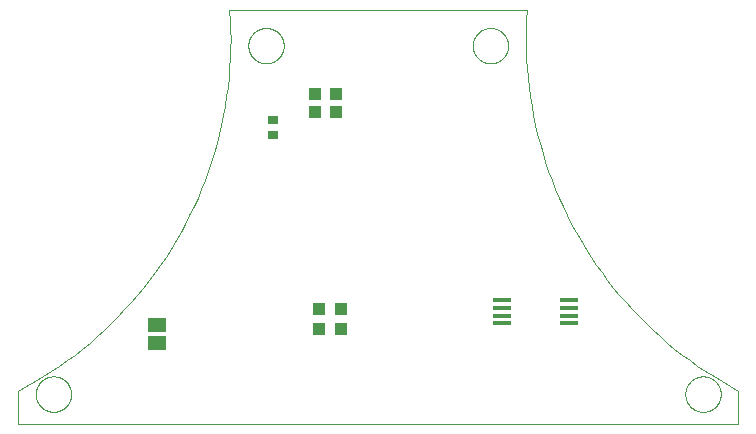
<source format=gbp>
G75*
%MOIN*%
%OFA0B0*%
%FSLAX25Y25*%
%IPPOS*%
%LPD*%
%AMOC8*
5,1,8,0,0,1.08239X$1,22.5*
%
%ADD10C,0.00000*%
%ADD11C,0.00039*%
%ADD12R,0.06181X0.01614*%
%ADD13R,0.03937X0.04331*%
%ADD14R,0.06300X0.04600*%
%ADD15R,0.04331X0.03937*%
%ADD16R,0.03543X0.02756*%
D10*
X0032750Y0016500D02*
X0032750Y0027524D01*
X0032750Y0016500D02*
X0272907Y0016500D01*
X0272907Y0027524D01*
X0272907Y0027523D02*
X0270093Y0029042D01*
X0267315Y0030628D01*
X0264577Y0032281D01*
X0261880Y0034000D01*
X0259225Y0035784D01*
X0256614Y0037631D01*
X0254048Y0039541D01*
X0251530Y0041513D01*
X0249060Y0043545D01*
X0246640Y0045636D01*
X0244271Y0047785D01*
X0241954Y0049991D01*
X0239692Y0052252D01*
X0237485Y0054567D01*
X0235335Y0056935D01*
X0233243Y0059354D01*
X0231210Y0061823D01*
X0229237Y0064341D01*
X0227326Y0066905D01*
X0225477Y0069515D01*
X0223692Y0072169D01*
X0221972Y0074866D01*
X0220318Y0077603D01*
X0218730Y0080380D01*
X0217210Y0083194D01*
X0215758Y0086044D01*
X0214376Y0088928D01*
X0213064Y0091845D01*
X0211823Y0094793D01*
X0210654Y0097770D01*
X0209557Y0100775D01*
X0208533Y0103805D01*
X0207582Y0106859D01*
X0206706Y0109935D01*
X0205905Y0113031D01*
X0205179Y0116146D01*
X0204528Y0119278D01*
X0203953Y0122424D01*
X0203455Y0125583D01*
X0203033Y0128754D01*
X0202688Y0131934D01*
X0202420Y0135121D01*
X0202229Y0138314D01*
X0202115Y0141510D01*
X0202079Y0144708D01*
X0202120Y0147906D01*
X0202239Y0151103D01*
X0202435Y0154295D01*
X0103222Y0154295D01*
X0103223Y0154295D02*
X0103419Y0151103D01*
X0103538Y0147906D01*
X0103579Y0144708D01*
X0103543Y0141510D01*
X0103429Y0138314D01*
X0103238Y0135121D01*
X0102970Y0131934D01*
X0102625Y0128754D01*
X0102203Y0125583D01*
X0101705Y0122424D01*
X0101130Y0119278D01*
X0100479Y0116146D01*
X0099753Y0113031D01*
X0098952Y0109935D01*
X0098076Y0106859D01*
X0097125Y0103805D01*
X0096101Y0100775D01*
X0095004Y0097770D01*
X0093835Y0094793D01*
X0092594Y0091845D01*
X0091282Y0088928D01*
X0089900Y0086044D01*
X0088448Y0083194D01*
X0086928Y0080380D01*
X0085340Y0077603D01*
X0083686Y0074866D01*
X0081966Y0072169D01*
X0080181Y0069515D01*
X0078332Y0066905D01*
X0076421Y0064341D01*
X0074448Y0061823D01*
X0072415Y0059354D01*
X0070323Y0056935D01*
X0068173Y0054567D01*
X0065966Y0052252D01*
X0063704Y0049991D01*
X0061387Y0047785D01*
X0059018Y0045636D01*
X0056598Y0043545D01*
X0054128Y0041513D01*
X0051610Y0039541D01*
X0049044Y0037631D01*
X0046433Y0035784D01*
X0043778Y0034000D01*
X0041081Y0032281D01*
X0038343Y0030628D01*
X0035565Y0029042D01*
X0032751Y0027523D01*
D11*
X0038655Y0026343D02*
X0038657Y0026496D01*
X0038663Y0026650D01*
X0038673Y0026803D01*
X0038687Y0026955D01*
X0038705Y0027108D01*
X0038727Y0027259D01*
X0038752Y0027410D01*
X0038782Y0027561D01*
X0038816Y0027711D01*
X0038853Y0027859D01*
X0038894Y0028007D01*
X0038939Y0028153D01*
X0038988Y0028299D01*
X0039041Y0028443D01*
X0039097Y0028585D01*
X0039157Y0028726D01*
X0039221Y0028866D01*
X0039288Y0029004D01*
X0039359Y0029140D01*
X0039434Y0029274D01*
X0039511Y0029406D01*
X0039593Y0029536D01*
X0039677Y0029664D01*
X0039765Y0029790D01*
X0039856Y0029913D01*
X0039950Y0030034D01*
X0040048Y0030152D01*
X0040148Y0030268D01*
X0040252Y0030381D01*
X0040358Y0030492D01*
X0040467Y0030600D01*
X0040579Y0030705D01*
X0040693Y0030806D01*
X0040811Y0030905D01*
X0040930Y0031001D01*
X0041052Y0031094D01*
X0041177Y0031183D01*
X0041304Y0031270D01*
X0041433Y0031352D01*
X0041564Y0031432D01*
X0041697Y0031508D01*
X0041832Y0031581D01*
X0041969Y0031650D01*
X0042108Y0031715D01*
X0042248Y0031777D01*
X0042390Y0031835D01*
X0042533Y0031890D01*
X0042678Y0031941D01*
X0042824Y0031988D01*
X0042971Y0032031D01*
X0043119Y0032070D01*
X0043268Y0032106D01*
X0043418Y0032137D01*
X0043569Y0032165D01*
X0043720Y0032189D01*
X0043873Y0032209D01*
X0044025Y0032225D01*
X0044178Y0032237D01*
X0044331Y0032245D01*
X0044484Y0032249D01*
X0044638Y0032249D01*
X0044791Y0032245D01*
X0044944Y0032237D01*
X0045097Y0032225D01*
X0045249Y0032209D01*
X0045402Y0032189D01*
X0045553Y0032165D01*
X0045704Y0032137D01*
X0045854Y0032106D01*
X0046003Y0032070D01*
X0046151Y0032031D01*
X0046298Y0031988D01*
X0046444Y0031941D01*
X0046589Y0031890D01*
X0046732Y0031835D01*
X0046874Y0031777D01*
X0047014Y0031715D01*
X0047153Y0031650D01*
X0047290Y0031581D01*
X0047425Y0031508D01*
X0047558Y0031432D01*
X0047689Y0031352D01*
X0047818Y0031270D01*
X0047945Y0031183D01*
X0048070Y0031094D01*
X0048192Y0031001D01*
X0048311Y0030905D01*
X0048429Y0030806D01*
X0048543Y0030705D01*
X0048655Y0030600D01*
X0048764Y0030492D01*
X0048870Y0030381D01*
X0048974Y0030268D01*
X0049074Y0030152D01*
X0049172Y0030034D01*
X0049266Y0029913D01*
X0049357Y0029790D01*
X0049445Y0029664D01*
X0049529Y0029536D01*
X0049611Y0029406D01*
X0049688Y0029274D01*
X0049763Y0029140D01*
X0049834Y0029004D01*
X0049901Y0028866D01*
X0049965Y0028726D01*
X0050025Y0028585D01*
X0050081Y0028443D01*
X0050134Y0028299D01*
X0050183Y0028153D01*
X0050228Y0028007D01*
X0050269Y0027859D01*
X0050306Y0027711D01*
X0050340Y0027561D01*
X0050370Y0027410D01*
X0050395Y0027259D01*
X0050417Y0027108D01*
X0050435Y0026955D01*
X0050449Y0026803D01*
X0050459Y0026650D01*
X0050465Y0026496D01*
X0050467Y0026343D01*
X0050465Y0026190D01*
X0050459Y0026036D01*
X0050449Y0025883D01*
X0050435Y0025731D01*
X0050417Y0025578D01*
X0050395Y0025427D01*
X0050370Y0025276D01*
X0050340Y0025125D01*
X0050306Y0024975D01*
X0050269Y0024827D01*
X0050228Y0024679D01*
X0050183Y0024533D01*
X0050134Y0024387D01*
X0050081Y0024243D01*
X0050025Y0024101D01*
X0049965Y0023960D01*
X0049901Y0023820D01*
X0049834Y0023682D01*
X0049763Y0023546D01*
X0049688Y0023412D01*
X0049611Y0023280D01*
X0049529Y0023150D01*
X0049445Y0023022D01*
X0049357Y0022896D01*
X0049266Y0022773D01*
X0049172Y0022652D01*
X0049074Y0022534D01*
X0048974Y0022418D01*
X0048870Y0022305D01*
X0048764Y0022194D01*
X0048655Y0022086D01*
X0048543Y0021981D01*
X0048429Y0021880D01*
X0048311Y0021781D01*
X0048192Y0021685D01*
X0048070Y0021592D01*
X0047945Y0021503D01*
X0047818Y0021416D01*
X0047689Y0021334D01*
X0047558Y0021254D01*
X0047425Y0021178D01*
X0047290Y0021105D01*
X0047153Y0021036D01*
X0047014Y0020971D01*
X0046874Y0020909D01*
X0046732Y0020851D01*
X0046589Y0020796D01*
X0046444Y0020745D01*
X0046298Y0020698D01*
X0046151Y0020655D01*
X0046003Y0020616D01*
X0045854Y0020580D01*
X0045704Y0020549D01*
X0045553Y0020521D01*
X0045402Y0020497D01*
X0045249Y0020477D01*
X0045097Y0020461D01*
X0044944Y0020449D01*
X0044791Y0020441D01*
X0044638Y0020437D01*
X0044484Y0020437D01*
X0044331Y0020441D01*
X0044178Y0020449D01*
X0044025Y0020461D01*
X0043873Y0020477D01*
X0043720Y0020497D01*
X0043569Y0020521D01*
X0043418Y0020549D01*
X0043268Y0020580D01*
X0043119Y0020616D01*
X0042971Y0020655D01*
X0042824Y0020698D01*
X0042678Y0020745D01*
X0042533Y0020796D01*
X0042390Y0020851D01*
X0042248Y0020909D01*
X0042108Y0020971D01*
X0041969Y0021036D01*
X0041832Y0021105D01*
X0041697Y0021178D01*
X0041564Y0021254D01*
X0041433Y0021334D01*
X0041304Y0021416D01*
X0041177Y0021503D01*
X0041052Y0021592D01*
X0040930Y0021685D01*
X0040811Y0021781D01*
X0040693Y0021880D01*
X0040579Y0021981D01*
X0040467Y0022086D01*
X0040358Y0022194D01*
X0040252Y0022305D01*
X0040148Y0022418D01*
X0040048Y0022534D01*
X0039950Y0022652D01*
X0039856Y0022773D01*
X0039765Y0022896D01*
X0039677Y0023022D01*
X0039593Y0023150D01*
X0039511Y0023280D01*
X0039434Y0023412D01*
X0039359Y0023546D01*
X0039288Y0023682D01*
X0039221Y0023820D01*
X0039157Y0023960D01*
X0039097Y0024101D01*
X0039041Y0024243D01*
X0038988Y0024387D01*
X0038939Y0024533D01*
X0038894Y0024679D01*
X0038853Y0024827D01*
X0038816Y0024975D01*
X0038782Y0025125D01*
X0038752Y0025276D01*
X0038727Y0025427D01*
X0038705Y0025578D01*
X0038687Y0025731D01*
X0038673Y0025883D01*
X0038663Y0026036D01*
X0038657Y0026190D01*
X0038655Y0026343D01*
X0109521Y0142484D02*
X0109523Y0142637D01*
X0109529Y0142791D01*
X0109539Y0142944D01*
X0109553Y0143096D01*
X0109571Y0143249D01*
X0109593Y0143400D01*
X0109618Y0143551D01*
X0109648Y0143702D01*
X0109682Y0143852D01*
X0109719Y0144000D01*
X0109760Y0144148D01*
X0109805Y0144294D01*
X0109854Y0144440D01*
X0109907Y0144584D01*
X0109963Y0144726D01*
X0110023Y0144867D01*
X0110087Y0145007D01*
X0110154Y0145145D01*
X0110225Y0145281D01*
X0110300Y0145415D01*
X0110377Y0145547D01*
X0110459Y0145677D01*
X0110543Y0145805D01*
X0110631Y0145931D01*
X0110722Y0146054D01*
X0110816Y0146175D01*
X0110914Y0146293D01*
X0111014Y0146409D01*
X0111118Y0146522D01*
X0111224Y0146633D01*
X0111333Y0146741D01*
X0111445Y0146846D01*
X0111559Y0146947D01*
X0111677Y0147046D01*
X0111796Y0147142D01*
X0111918Y0147235D01*
X0112043Y0147324D01*
X0112170Y0147411D01*
X0112299Y0147493D01*
X0112430Y0147573D01*
X0112563Y0147649D01*
X0112698Y0147722D01*
X0112835Y0147791D01*
X0112974Y0147856D01*
X0113114Y0147918D01*
X0113256Y0147976D01*
X0113399Y0148031D01*
X0113544Y0148082D01*
X0113690Y0148129D01*
X0113837Y0148172D01*
X0113985Y0148211D01*
X0114134Y0148247D01*
X0114284Y0148278D01*
X0114435Y0148306D01*
X0114586Y0148330D01*
X0114739Y0148350D01*
X0114891Y0148366D01*
X0115044Y0148378D01*
X0115197Y0148386D01*
X0115350Y0148390D01*
X0115504Y0148390D01*
X0115657Y0148386D01*
X0115810Y0148378D01*
X0115963Y0148366D01*
X0116115Y0148350D01*
X0116268Y0148330D01*
X0116419Y0148306D01*
X0116570Y0148278D01*
X0116720Y0148247D01*
X0116869Y0148211D01*
X0117017Y0148172D01*
X0117164Y0148129D01*
X0117310Y0148082D01*
X0117455Y0148031D01*
X0117598Y0147976D01*
X0117740Y0147918D01*
X0117880Y0147856D01*
X0118019Y0147791D01*
X0118156Y0147722D01*
X0118291Y0147649D01*
X0118424Y0147573D01*
X0118555Y0147493D01*
X0118684Y0147411D01*
X0118811Y0147324D01*
X0118936Y0147235D01*
X0119058Y0147142D01*
X0119177Y0147046D01*
X0119295Y0146947D01*
X0119409Y0146846D01*
X0119521Y0146741D01*
X0119630Y0146633D01*
X0119736Y0146522D01*
X0119840Y0146409D01*
X0119940Y0146293D01*
X0120038Y0146175D01*
X0120132Y0146054D01*
X0120223Y0145931D01*
X0120311Y0145805D01*
X0120395Y0145677D01*
X0120477Y0145547D01*
X0120554Y0145415D01*
X0120629Y0145281D01*
X0120700Y0145145D01*
X0120767Y0145007D01*
X0120831Y0144867D01*
X0120891Y0144726D01*
X0120947Y0144584D01*
X0121000Y0144440D01*
X0121049Y0144294D01*
X0121094Y0144148D01*
X0121135Y0144000D01*
X0121172Y0143852D01*
X0121206Y0143702D01*
X0121236Y0143551D01*
X0121261Y0143400D01*
X0121283Y0143249D01*
X0121301Y0143096D01*
X0121315Y0142944D01*
X0121325Y0142791D01*
X0121331Y0142637D01*
X0121333Y0142484D01*
X0121331Y0142331D01*
X0121325Y0142177D01*
X0121315Y0142024D01*
X0121301Y0141872D01*
X0121283Y0141719D01*
X0121261Y0141568D01*
X0121236Y0141417D01*
X0121206Y0141266D01*
X0121172Y0141116D01*
X0121135Y0140968D01*
X0121094Y0140820D01*
X0121049Y0140674D01*
X0121000Y0140528D01*
X0120947Y0140384D01*
X0120891Y0140242D01*
X0120831Y0140101D01*
X0120767Y0139961D01*
X0120700Y0139823D01*
X0120629Y0139687D01*
X0120554Y0139553D01*
X0120477Y0139421D01*
X0120395Y0139291D01*
X0120311Y0139163D01*
X0120223Y0139037D01*
X0120132Y0138914D01*
X0120038Y0138793D01*
X0119940Y0138675D01*
X0119840Y0138559D01*
X0119736Y0138446D01*
X0119630Y0138335D01*
X0119521Y0138227D01*
X0119409Y0138122D01*
X0119295Y0138021D01*
X0119177Y0137922D01*
X0119058Y0137826D01*
X0118936Y0137733D01*
X0118811Y0137644D01*
X0118684Y0137557D01*
X0118555Y0137475D01*
X0118424Y0137395D01*
X0118291Y0137319D01*
X0118156Y0137246D01*
X0118019Y0137177D01*
X0117880Y0137112D01*
X0117740Y0137050D01*
X0117598Y0136992D01*
X0117455Y0136937D01*
X0117310Y0136886D01*
X0117164Y0136839D01*
X0117017Y0136796D01*
X0116869Y0136757D01*
X0116720Y0136721D01*
X0116570Y0136690D01*
X0116419Y0136662D01*
X0116268Y0136638D01*
X0116115Y0136618D01*
X0115963Y0136602D01*
X0115810Y0136590D01*
X0115657Y0136582D01*
X0115504Y0136578D01*
X0115350Y0136578D01*
X0115197Y0136582D01*
X0115044Y0136590D01*
X0114891Y0136602D01*
X0114739Y0136618D01*
X0114586Y0136638D01*
X0114435Y0136662D01*
X0114284Y0136690D01*
X0114134Y0136721D01*
X0113985Y0136757D01*
X0113837Y0136796D01*
X0113690Y0136839D01*
X0113544Y0136886D01*
X0113399Y0136937D01*
X0113256Y0136992D01*
X0113114Y0137050D01*
X0112974Y0137112D01*
X0112835Y0137177D01*
X0112698Y0137246D01*
X0112563Y0137319D01*
X0112430Y0137395D01*
X0112299Y0137475D01*
X0112170Y0137557D01*
X0112043Y0137644D01*
X0111918Y0137733D01*
X0111796Y0137826D01*
X0111677Y0137922D01*
X0111559Y0138021D01*
X0111445Y0138122D01*
X0111333Y0138227D01*
X0111224Y0138335D01*
X0111118Y0138446D01*
X0111014Y0138559D01*
X0110914Y0138675D01*
X0110816Y0138793D01*
X0110722Y0138914D01*
X0110631Y0139037D01*
X0110543Y0139163D01*
X0110459Y0139291D01*
X0110377Y0139421D01*
X0110300Y0139553D01*
X0110225Y0139687D01*
X0110154Y0139823D01*
X0110087Y0139961D01*
X0110023Y0140101D01*
X0109963Y0140242D01*
X0109907Y0140384D01*
X0109854Y0140528D01*
X0109805Y0140674D01*
X0109760Y0140820D01*
X0109719Y0140968D01*
X0109682Y0141116D01*
X0109648Y0141266D01*
X0109618Y0141417D01*
X0109593Y0141568D01*
X0109571Y0141719D01*
X0109553Y0141872D01*
X0109539Y0142024D01*
X0109529Y0142177D01*
X0109523Y0142331D01*
X0109521Y0142484D01*
X0184324Y0142484D02*
X0184326Y0142637D01*
X0184332Y0142791D01*
X0184342Y0142944D01*
X0184356Y0143096D01*
X0184374Y0143249D01*
X0184396Y0143400D01*
X0184421Y0143551D01*
X0184451Y0143702D01*
X0184485Y0143852D01*
X0184522Y0144000D01*
X0184563Y0144148D01*
X0184608Y0144294D01*
X0184657Y0144440D01*
X0184710Y0144584D01*
X0184766Y0144726D01*
X0184826Y0144867D01*
X0184890Y0145007D01*
X0184957Y0145145D01*
X0185028Y0145281D01*
X0185103Y0145415D01*
X0185180Y0145547D01*
X0185262Y0145677D01*
X0185346Y0145805D01*
X0185434Y0145931D01*
X0185525Y0146054D01*
X0185619Y0146175D01*
X0185717Y0146293D01*
X0185817Y0146409D01*
X0185921Y0146522D01*
X0186027Y0146633D01*
X0186136Y0146741D01*
X0186248Y0146846D01*
X0186362Y0146947D01*
X0186480Y0147046D01*
X0186599Y0147142D01*
X0186721Y0147235D01*
X0186846Y0147324D01*
X0186973Y0147411D01*
X0187102Y0147493D01*
X0187233Y0147573D01*
X0187366Y0147649D01*
X0187501Y0147722D01*
X0187638Y0147791D01*
X0187777Y0147856D01*
X0187917Y0147918D01*
X0188059Y0147976D01*
X0188202Y0148031D01*
X0188347Y0148082D01*
X0188493Y0148129D01*
X0188640Y0148172D01*
X0188788Y0148211D01*
X0188937Y0148247D01*
X0189087Y0148278D01*
X0189238Y0148306D01*
X0189389Y0148330D01*
X0189542Y0148350D01*
X0189694Y0148366D01*
X0189847Y0148378D01*
X0190000Y0148386D01*
X0190153Y0148390D01*
X0190307Y0148390D01*
X0190460Y0148386D01*
X0190613Y0148378D01*
X0190766Y0148366D01*
X0190918Y0148350D01*
X0191071Y0148330D01*
X0191222Y0148306D01*
X0191373Y0148278D01*
X0191523Y0148247D01*
X0191672Y0148211D01*
X0191820Y0148172D01*
X0191967Y0148129D01*
X0192113Y0148082D01*
X0192258Y0148031D01*
X0192401Y0147976D01*
X0192543Y0147918D01*
X0192683Y0147856D01*
X0192822Y0147791D01*
X0192959Y0147722D01*
X0193094Y0147649D01*
X0193227Y0147573D01*
X0193358Y0147493D01*
X0193487Y0147411D01*
X0193614Y0147324D01*
X0193739Y0147235D01*
X0193861Y0147142D01*
X0193980Y0147046D01*
X0194098Y0146947D01*
X0194212Y0146846D01*
X0194324Y0146741D01*
X0194433Y0146633D01*
X0194539Y0146522D01*
X0194643Y0146409D01*
X0194743Y0146293D01*
X0194841Y0146175D01*
X0194935Y0146054D01*
X0195026Y0145931D01*
X0195114Y0145805D01*
X0195198Y0145677D01*
X0195280Y0145547D01*
X0195357Y0145415D01*
X0195432Y0145281D01*
X0195503Y0145145D01*
X0195570Y0145007D01*
X0195634Y0144867D01*
X0195694Y0144726D01*
X0195750Y0144584D01*
X0195803Y0144440D01*
X0195852Y0144294D01*
X0195897Y0144148D01*
X0195938Y0144000D01*
X0195975Y0143852D01*
X0196009Y0143702D01*
X0196039Y0143551D01*
X0196064Y0143400D01*
X0196086Y0143249D01*
X0196104Y0143096D01*
X0196118Y0142944D01*
X0196128Y0142791D01*
X0196134Y0142637D01*
X0196136Y0142484D01*
X0196134Y0142331D01*
X0196128Y0142177D01*
X0196118Y0142024D01*
X0196104Y0141872D01*
X0196086Y0141719D01*
X0196064Y0141568D01*
X0196039Y0141417D01*
X0196009Y0141266D01*
X0195975Y0141116D01*
X0195938Y0140968D01*
X0195897Y0140820D01*
X0195852Y0140674D01*
X0195803Y0140528D01*
X0195750Y0140384D01*
X0195694Y0140242D01*
X0195634Y0140101D01*
X0195570Y0139961D01*
X0195503Y0139823D01*
X0195432Y0139687D01*
X0195357Y0139553D01*
X0195280Y0139421D01*
X0195198Y0139291D01*
X0195114Y0139163D01*
X0195026Y0139037D01*
X0194935Y0138914D01*
X0194841Y0138793D01*
X0194743Y0138675D01*
X0194643Y0138559D01*
X0194539Y0138446D01*
X0194433Y0138335D01*
X0194324Y0138227D01*
X0194212Y0138122D01*
X0194098Y0138021D01*
X0193980Y0137922D01*
X0193861Y0137826D01*
X0193739Y0137733D01*
X0193614Y0137644D01*
X0193487Y0137557D01*
X0193358Y0137475D01*
X0193227Y0137395D01*
X0193094Y0137319D01*
X0192959Y0137246D01*
X0192822Y0137177D01*
X0192683Y0137112D01*
X0192543Y0137050D01*
X0192401Y0136992D01*
X0192258Y0136937D01*
X0192113Y0136886D01*
X0191967Y0136839D01*
X0191820Y0136796D01*
X0191672Y0136757D01*
X0191523Y0136721D01*
X0191373Y0136690D01*
X0191222Y0136662D01*
X0191071Y0136638D01*
X0190918Y0136618D01*
X0190766Y0136602D01*
X0190613Y0136590D01*
X0190460Y0136582D01*
X0190307Y0136578D01*
X0190153Y0136578D01*
X0190000Y0136582D01*
X0189847Y0136590D01*
X0189694Y0136602D01*
X0189542Y0136618D01*
X0189389Y0136638D01*
X0189238Y0136662D01*
X0189087Y0136690D01*
X0188937Y0136721D01*
X0188788Y0136757D01*
X0188640Y0136796D01*
X0188493Y0136839D01*
X0188347Y0136886D01*
X0188202Y0136937D01*
X0188059Y0136992D01*
X0187917Y0137050D01*
X0187777Y0137112D01*
X0187638Y0137177D01*
X0187501Y0137246D01*
X0187366Y0137319D01*
X0187233Y0137395D01*
X0187102Y0137475D01*
X0186973Y0137557D01*
X0186846Y0137644D01*
X0186721Y0137733D01*
X0186599Y0137826D01*
X0186480Y0137922D01*
X0186362Y0138021D01*
X0186248Y0138122D01*
X0186136Y0138227D01*
X0186027Y0138335D01*
X0185921Y0138446D01*
X0185817Y0138559D01*
X0185717Y0138675D01*
X0185619Y0138793D01*
X0185525Y0138914D01*
X0185434Y0139037D01*
X0185346Y0139163D01*
X0185262Y0139291D01*
X0185180Y0139421D01*
X0185103Y0139553D01*
X0185028Y0139687D01*
X0184957Y0139823D01*
X0184890Y0139961D01*
X0184826Y0140101D01*
X0184766Y0140242D01*
X0184710Y0140384D01*
X0184657Y0140528D01*
X0184608Y0140674D01*
X0184563Y0140820D01*
X0184522Y0140968D01*
X0184485Y0141116D01*
X0184451Y0141266D01*
X0184421Y0141417D01*
X0184396Y0141568D01*
X0184374Y0141719D01*
X0184356Y0141872D01*
X0184342Y0142024D01*
X0184332Y0142177D01*
X0184326Y0142331D01*
X0184324Y0142484D01*
X0255190Y0026343D02*
X0255192Y0026496D01*
X0255198Y0026650D01*
X0255208Y0026803D01*
X0255222Y0026955D01*
X0255240Y0027108D01*
X0255262Y0027259D01*
X0255287Y0027410D01*
X0255317Y0027561D01*
X0255351Y0027711D01*
X0255388Y0027859D01*
X0255429Y0028007D01*
X0255474Y0028153D01*
X0255523Y0028299D01*
X0255576Y0028443D01*
X0255632Y0028585D01*
X0255692Y0028726D01*
X0255756Y0028866D01*
X0255823Y0029004D01*
X0255894Y0029140D01*
X0255969Y0029274D01*
X0256046Y0029406D01*
X0256128Y0029536D01*
X0256212Y0029664D01*
X0256300Y0029790D01*
X0256391Y0029913D01*
X0256485Y0030034D01*
X0256583Y0030152D01*
X0256683Y0030268D01*
X0256787Y0030381D01*
X0256893Y0030492D01*
X0257002Y0030600D01*
X0257114Y0030705D01*
X0257228Y0030806D01*
X0257346Y0030905D01*
X0257465Y0031001D01*
X0257587Y0031094D01*
X0257712Y0031183D01*
X0257839Y0031270D01*
X0257968Y0031352D01*
X0258099Y0031432D01*
X0258232Y0031508D01*
X0258367Y0031581D01*
X0258504Y0031650D01*
X0258643Y0031715D01*
X0258783Y0031777D01*
X0258925Y0031835D01*
X0259068Y0031890D01*
X0259213Y0031941D01*
X0259359Y0031988D01*
X0259506Y0032031D01*
X0259654Y0032070D01*
X0259803Y0032106D01*
X0259953Y0032137D01*
X0260104Y0032165D01*
X0260255Y0032189D01*
X0260408Y0032209D01*
X0260560Y0032225D01*
X0260713Y0032237D01*
X0260866Y0032245D01*
X0261019Y0032249D01*
X0261173Y0032249D01*
X0261326Y0032245D01*
X0261479Y0032237D01*
X0261632Y0032225D01*
X0261784Y0032209D01*
X0261937Y0032189D01*
X0262088Y0032165D01*
X0262239Y0032137D01*
X0262389Y0032106D01*
X0262538Y0032070D01*
X0262686Y0032031D01*
X0262833Y0031988D01*
X0262979Y0031941D01*
X0263124Y0031890D01*
X0263267Y0031835D01*
X0263409Y0031777D01*
X0263549Y0031715D01*
X0263688Y0031650D01*
X0263825Y0031581D01*
X0263960Y0031508D01*
X0264093Y0031432D01*
X0264224Y0031352D01*
X0264353Y0031270D01*
X0264480Y0031183D01*
X0264605Y0031094D01*
X0264727Y0031001D01*
X0264846Y0030905D01*
X0264964Y0030806D01*
X0265078Y0030705D01*
X0265190Y0030600D01*
X0265299Y0030492D01*
X0265405Y0030381D01*
X0265509Y0030268D01*
X0265609Y0030152D01*
X0265707Y0030034D01*
X0265801Y0029913D01*
X0265892Y0029790D01*
X0265980Y0029664D01*
X0266064Y0029536D01*
X0266146Y0029406D01*
X0266223Y0029274D01*
X0266298Y0029140D01*
X0266369Y0029004D01*
X0266436Y0028866D01*
X0266500Y0028726D01*
X0266560Y0028585D01*
X0266616Y0028443D01*
X0266669Y0028299D01*
X0266718Y0028153D01*
X0266763Y0028007D01*
X0266804Y0027859D01*
X0266841Y0027711D01*
X0266875Y0027561D01*
X0266905Y0027410D01*
X0266930Y0027259D01*
X0266952Y0027108D01*
X0266970Y0026955D01*
X0266984Y0026803D01*
X0266994Y0026650D01*
X0267000Y0026496D01*
X0267002Y0026343D01*
X0267000Y0026190D01*
X0266994Y0026036D01*
X0266984Y0025883D01*
X0266970Y0025731D01*
X0266952Y0025578D01*
X0266930Y0025427D01*
X0266905Y0025276D01*
X0266875Y0025125D01*
X0266841Y0024975D01*
X0266804Y0024827D01*
X0266763Y0024679D01*
X0266718Y0024533D01*
X0266669Y0024387D01*
X0266616Y0024243D01*
X0266560Y0024101D01*
X0266500Y0023960D01*
X0266436Y0023820D01*
X0266369Y0023682D01*
X0266298Y0023546D01*
X0266223Y0023412D01*
X0266146Y0023280D01*
X0266064Y0023150D01*
X0265980Y0023022D01*
X0265892Y0022896D01*
X0265801Y0022773D01*
X0265707Y0022652D01*
X0265609Y0022534D01*
X0265509Y0022418D01*
X0265405Y0022305D01*
X0265299Y0022194D01*
X0265190Y0022086D01*
X0265078Y0021981D01*
X0264964Y0021880D01*
X0264846Y0021781D01*
X0264727Y0021685D01*
X0264605Y0021592D01*
X0264480Y0021503D01*
X0264353Y0021416D01*
X0264224Y0021334D01*
X0264093Y0021254D01*
X0263960Y0021178D01*
X0263825Y0021105D01*
X0263688Y0021036D01*
X0263549Y0020971D01*
X0263409Y0020909D01*
X0263267Y0020851D01*
X0263124Y0020796D01*
X0262979Y0020745D01*
X0262833Y0020698D01*
X0262686Y0020655D01*
X0262538Y0020616D01*
X0262389Y0020580D01*
X0262239Y0020549D01*
X0262088Y0020521D01*
X0261937Y0020497D01*
X0261784Y0020477D01*
X0261632Y0020461D01*
X0261479Y0020449D01*
X0261326Y0020441D01*
X0261173Y0020437D01*
X0261019Y0020437D01*
X0260866Y0020441D01*
X0260713Y0020449D01*
X0260560Y0020461D01*
X0260408Y0020477D01*
X0260255Y0020497D01*
X0260104Y0020521D01*
X0259953Y0020549D01*
X0259803Y0020580D01*
X0259654Y0020616D01*
X0259506Y0020655D01*
X0259359Y0020698D01*
X0259213Y0020745D01*
X0259068Y0020796D01*
X0258925Y0020851D01*
X0258783Y0020909D01*
X0258643Y0020971D01*
X0258504Y0021036D01*
X0258367Y0021105D01*
X0258232Y0021178D01*
X0258099Y0021254D01*
X0257968Y0021334D01*
X0257839Y0021416D01*
X0257712Y0021503D01*
X0257587Y0021592D01*
X0257465Y0021685D01*
X0257346Y0021781D01*
X0257228Y0021880D01*
X0257114Y0021981D01*
X0257002Y0022086D01*
X0256893Y0022194D01*
X0256787Y0022305D01*
X0256683Y0022418D01*
X0256583Y0022534D01*
X0256485Y0022652D01*
X0256391Y0022773D01*
X0256300Y0022896D01*
X0256212Y0023022D01*
X0256128Y0023150D01*
X0256046Y0023280D01*
X0255969Y0023412D01*
X0255894Y0023546D01*
X0255823Y0023682D01*
X0255756Y0023820D01*
X0255692Y0023960D01*
X0255632Y0024101D01*
X0255576Y0024243D01*
X0255523Y0024387D01*
X0255474Y0024533D01*
X0255429Y0024679D01*
X0255388Y0024827D01*
X0255351Y0024975D01*
X0255317Y0025125D01*
X0255287Y0025276D01*
X0255262Y0025427D01*
X0255240Y0025578D01*
X0255222Y0025731D01*
X0255208Y0025883D01*
X0255198Y0026036D01*
X0255192Y0026190D01*
X0255190Y0026343D01*
D12*
X0216520Y0049886D03*
X0216520Y0052445D03*
X0216520Y0055004D03*
X0216520Y0057563D03*
X0193921Y0057563D03*
X0193921Y0055004D03*
X0193921Y0052445D03*
X0193921Y0049886D03*
D13*
X0140250Y0048154D03*
X0133026Y0048124D03*
X0133026Y0054817D03*
X0140250Y0054846D03*
D14*
X0079000Y0049500D03*
X0079000Y0043500D03*
D15*
X0131904Y0120250D03*
X0138596Y0120250D03*
X0138596Y0126500D03*
X0131904Y0126500D03*
D16*
X0117750Y0117809D03*
X0117750Y0112691D03*
M02*

</source>
